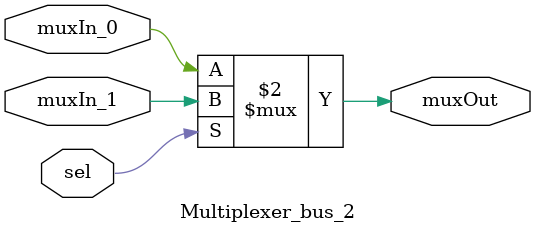
<source format=v>
module Multiplexer_bus_2(	// file.cleaned.mlir:2:3
  input  muxIn_0,	// file.cleaned.mlir:2:35
         muxIn_1,	// file.cleaned.mlir:2:53
         sel,	// file.cleaned.mlir:2:71
  output muxOut	// file.cleaned.mlir:2:86
);

  assign muxOut = ~sel ? muxIn_0 : muxIn_1;	// file.cleaned.mlir:4:10, :5:10, :6:5
endmodule


</source>
